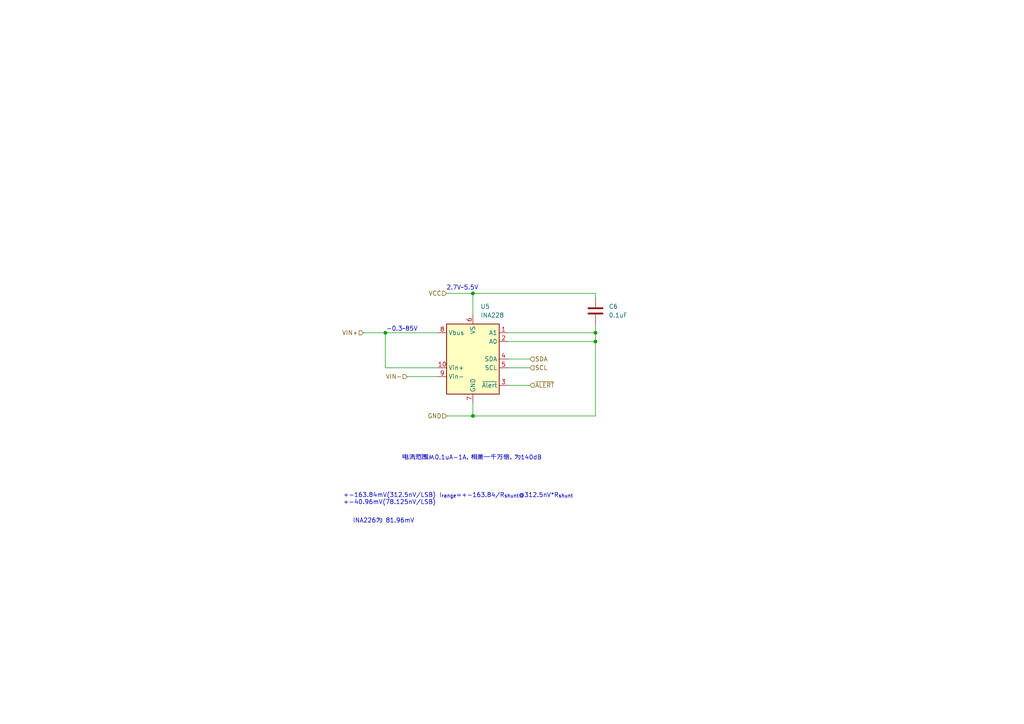
<source format=kicad_sch>
(kicad_sch (version 20231120) (generator "eeschema") (generator_version "8.0")
  (paper "A4")
  (lib_symbols
    (symbol "Device:C" (pin_numbers hide) (pin_names (offset 0.254))
      (property "Reference" "C" (at 0.635 2.54 0))
      (property "Value" "C" (at 0.635 -2.54 0))
      (symbol "C_0_1"
        (polyline (pts (xy -2.032 -0.762) (xy 2.032 -0.762)) (stroke (width 0.508)))
        (polyline (pts (xy -2.032 0.762) (xy 2.032 0.762)) (stroke (width 0.508)))
      )
      (symbol "C_1_1"
        (pin passive line (at 0 3.81 270) (length 2.794) (name "~") (number "1"))
        (pin passive line (at 0 -3.81 90) (length 2.794) (name "~") (number "2"))
      )
    )
    (symbol "Sensor_Energy:INA228"
      (property "Reference" "U" (at -6.35 11.43 0))
      (property "Value" "INA228" (at 3.81 11.43 0))
      (symbol "INA228_0_1"
        (rectangle (start 7.62 10.16) (end -7.62 -10.16) (stroke (width 0.254)) (fill (type background)))
      )
      (symbol "INA228_1_1"
        (pin input line (at 10.16 7.62 180) (length 2.54) (name "A1") (number "1"))
        (pin input line (at -10.16 -2.54 0) (length 2.54) (name "Vin+") (number "10"))
        (pin input line (at 10.16 5.08 180) (length 2.54) (name "A0") (number "2"))
        (pin open_collector line (at 10.16 -7.62 180) (length 2.54) (name "~{Alert}") (number "3"))
        (pin bidirectional line (at 10.16 0 180) (length 2.54) (name "SDA") (number "4"))
        (pin input line (at 10.16 -2.54 180) (length 2.54) (name "SCL") (number "5"))
        (pin power_in line (at 0 12.7 270) (length 2.54) (name "VS") (number "6"))
        (pin power_in line (at 0 -12.7 90) (length 2.54) (name "GND") (number "7"))
        (pin input line (at -10.16 7.62 0) (length 2.54) (name "Vbus") (number "8"))
        (pin input line (at -10.16 -5.08 0) (length 2.54) (name "Vin-") (number "9"))
      )
    )
  )
  (junction (at 111.76 96.52))
  (junction (at 172.72 99.06))
  (junction (at 137.16 85.09))
  (junction (at 172.72 96.52))
  (junction (at 137.16 120.65))
  (wire (pts (xy 105.41 96.52) (xy 111.76 96.52)))
  (wire (pts (xy 147.32 104.14) (xy 153.67 104.14)))
  (wire (pts (xy 137.16 85.09) (xy 137.16 91.44)))
  (wire (pts (xy 147.32 96.52) (xy 172.72 96.52)))
  (wire (pts (xy 147.32 99.06) (xy 172.72 99.06)))
  (wire (pts (xy 172.72 96.52) (xy 172.72 99.06)))
  (wire (pts (xy 172.72 86.36) (xy 172.72 85.09)))
  (wire (pts (xy 172.72 120.65) (xy 137.16 120.65)))
  (wire (pts (xy 137.16 120.65) (xy 137.16 116.84)))
  (wire (pts (xy 111.76 106.68) (xy 127 106.68)))
  (wire (pts (xy 172.72 99.06) (xy 172.72 120.65)))
  (wire (pts (xy 147.32 111.76) (xy 153.67 111.76)))
  (wire (pts (xy 147.32 106.68) (xy 153.67 106.68)))
  (wire (pts (xy 127 96.52) (xy 111.76 96.52)))
  (wire (pts (xy 111.76 96.52) (xy 111.76 106.68)))
  (wire (pts (xy 172.72 93.98) (xy 172.72 96.52)))
  (wire (pts (xy 137.16 85.09) (xy 172.72 85.09)))
  (wire (pts (xy 118.11 109.22) (xy 127 109.22)))
  (wire (pts (xy 129.54 120.65) (xy 137.16 120.65)))
  (wire (pts (xy 129.54 85.09) (xy 137.16 85.09)))
  (text "电流范围从0.1uA-1A，相差一千万倍，为140dB" (at 136.906 132.842 0) (effects (font (size 1.27 1.27))))
  (text "2.7V~5.5V" (at 134.112 83.566 0) (effects (font (size 1.27 1.27))))
  (text "-0.3~85V" (at 116.586 95.504 0) (effects (font (size 1.27 1.27))))
  (text "+-163.84mV(312.5nV/LSB)\n+-40.96mV(78.125nV/LSB)" (at 112.996 144.7648 0) (effects (font (size 1.27 1.27))))
  (text "INA226为 81.96mV" (at 111.252 151.13 0) (effects (font (size 1.27 1.27))))
  (text "I_{range}=+-163.84/R_{shunt}@312.5nV*R_{shunt}" (at 146.812 143.764 0) (effects (font (size 1.27 1.27))))
  (hierarchical_label "GND" (shape input) (at 129.54 120.65 180))
  (hierarchical_label "VCC" (shape input) (at 129.54 85.09 180))
  (hierarchical_label "VIN-" (shape input) (at 118.11 109.22 180))
  (hierarchical_label "SDA" (shape input) (at 153.67 104.14 0))
  (hierarchical_label "~{ALERT}" (shape input) (at 153.67 111.76 0))
  (hierarchical_label "VIN+" (shape input) (at 105.41 96.52 180))
  (hierarchical_label "SCL" (shape input) (at 153.67 106.68 0))
  (symbol (lib_id "Device:C") (at 172.72 90.17 0) (unit 1)
    (property "Reference" "C6" (at 176.53 88.8999 0) (effects (justify left)))
    (property "Value" "0.1uF" (at 176.53 91.4399 0) (effects (justify left)))
    (property "Footprint" "Capacitor_SMD:C_0402_1005Metric" (effects (hide yes)))
    (property "Description" "Unpolarized capacitor" (effects (hide yes)))
    (instances (project "PD24_ctrl" (path "" (reference "C6") (unit 1))) (project "usbMeter" (path "" (reference "C2") (unit 1))) (project "" (path "" (reference "C11") (unit 1))))
  )
  (symbol (lib_id "Sensor_Energy:INA228") (at 137.16 104.14 0) (unit 1)
    (property "Reference" "U5" (at 139.3541 88.9 0) (effects (justify left)))
    (property "Value" "INA228" (at 139.3541 91.44 0) (effects (justify left)))
    (property "Footprint" "Package_SO:VSSOP-10_3x3mm_P0.5mm" (effects (hide yes)))
    (property "Datasheet" "https://www.ti.com/lit/ds/symlink/ina228.pdf" (effects (hide yes)))
    (property "Description" "High-Side or Low-Side Measurement, Bi-Directional Current and Power Monitor (0-85V) with I2C, SMBus-, and PMBus-Compatible Interface, VSSOP-10" (effects (hide yes)))
    (instances (project "PD24_ctrl" (path "" (reference "U5") (unit 1))) (project "usbMeter" (path "" (reference "U9") (unit 1))) (project "watchDebugger" (path "" (reference "U7") (unit 1))))
  )
)
</source>
